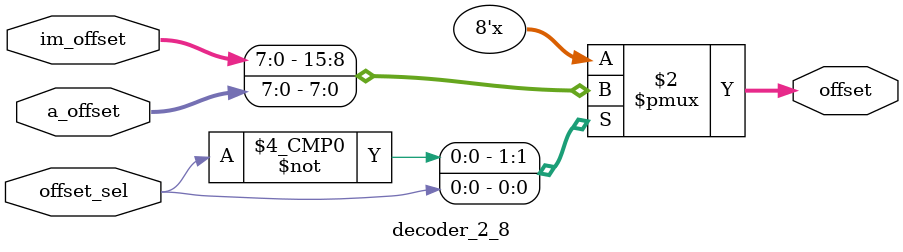
<source format=v>
module decoder_2_8 (input [7:0] im_offset, input [7:0] a_offset, input offset_sel, output reg [7:0] offset);

always @(im_offset, a_offset, offset_sel, offset) begin
case (offset_sel)
0:
offset = im_offset;
1:
offset = a_offset;
endcase
end

endmodule

</source>
